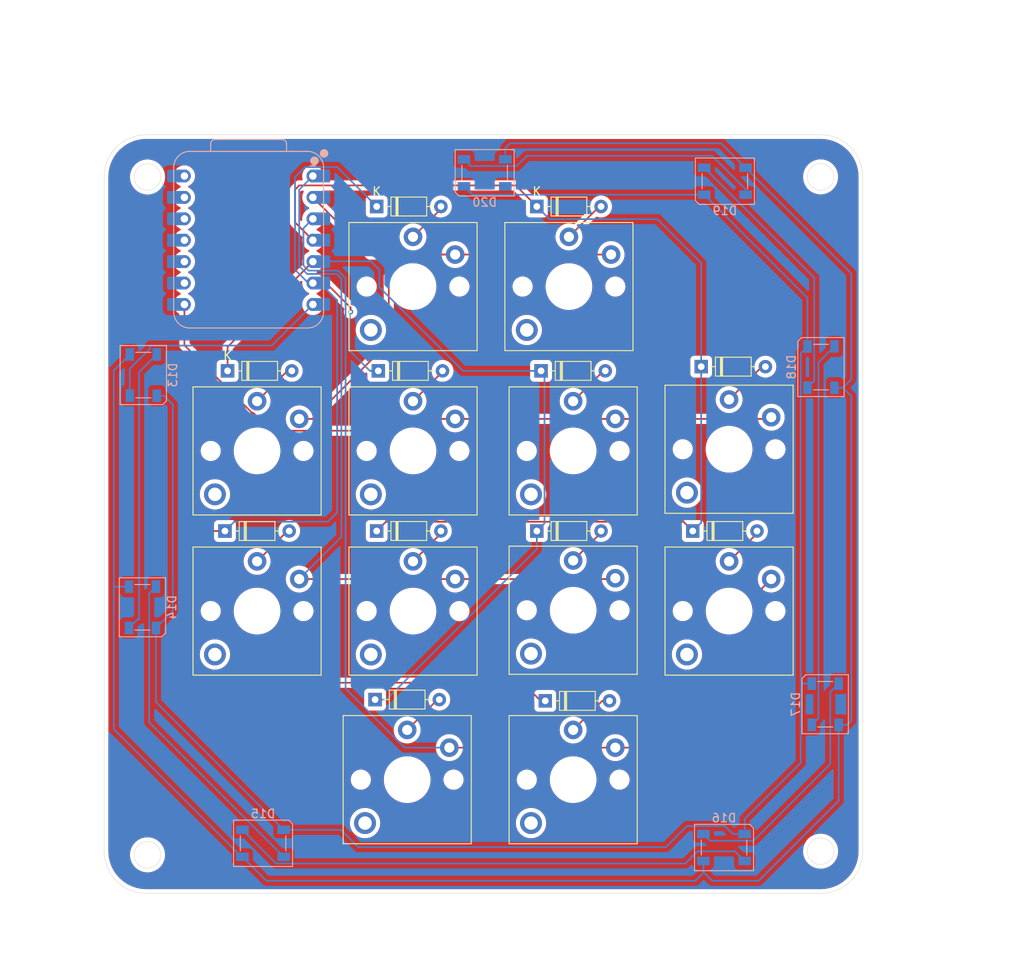
<source format=kicad_pcb>
(kicad_pcb (version 20240108) (generator "pcbnew") (generator_version "8.0")
  (layers (0 "F.Cu" signal) (31 "B.Cu" signal) (34 "B.Paste" user) (35 "F.Paste" user) (36 "B.SilkS" user "B.Silkscreen") (37 "F.SilkS" user "F.Silkscreen") (38 "B.Mask" user) (39 "F.Mask" user) (44 "Edge.Cuts" user))
  (net 0 "")
  (net 1 "row1")
  (net 2 "Net-(D1-A)")
  (net 3 "row2")
  (net 4 "Net-(D2-A)")
  (net 5 "Net-(D3-A)")
  (net 6 "row3")
  (net 7 "Net-(D4-A)")
  (net 8 "Net-(D5-A)")
  (net 9 "Net-(D6-A)")
  (net 10 "Net-(D7-A)")
  (net 11 "Net-(D8-A)")
  (net 12 "Net-(D9-A)")
  (net 13 "Net-(D10-A)")
  (net 14 "Net-(D11-A)")
  (net 15 "Net-(D12-A)")
  (net 16 "GND")
  (net 17 "DIN")
  (net 18 "Net-(D13-DOUT)")
  (net 19 "+5V")
  (net 20 "Net-(D14-DOUT)")
  (net 21 "Net-(D15-DOUT)")
  (net 22 "Net-(D16-DOUT)")
  (net 23 "Net-(D17-DOUT)")
  (net 24 "Net-(D18-DOUT)")
  (net 25 "Net-(D19-DOUT)")
  (net 27 "Coloumn1")
  (net 28 "Coloumn2")
  (net 29 "Coloumn3")
  (net 30 "Coloumn4")
  (footprint "PCM_Switch_Keyboard_Kailh:SW_Kailh_Choc_V1V2" (layer "F.Cu") (at 161.5 110.4)
    (property "Reference" "SW5" (hide yes))
    (property "Value" "SW_Push")
    (pad "" np_thru_hole circle (at -5.5 0) (size 1.9 1.9) (drill 1.9) (layers "*.Cu" "*.Mask"))
    (pad "" thru_hole circle (at -5 5.15) (size 2.6 2.6) (drill 1.6) (layers "*.Cu" "*.Mask"))
    (pad "" np_thru_hole circle (at 0 0) (size 5.05 5.05) (drill 5.05) (layers "*.Cu" "*.Mask"))
    (pad "" np_thru_hole circle (at 5.5 0) (size 1.9 1.9) (drill 1.9) (layers "*.Cu" "*.Mask"))
    (pad "1" thru_hole circle (at 0 -5.9) (size 2.2 2.2) (drill 1.2) (layers "*.Cu" "*.Mask") (net 8 "Net-(D5-A)"))
    (pad "2" thru_hole circle (at 5 -3.8) (size 2.2 2.2) (drill 1.2) (layers "*.Cu" "*.Mask") (net 28 "Coloumn2"))
  )
  (footprint "PCM_Switch_Keyboard_Kailh:SW_Kailh_Choc_V1V2" (layer "F.Cu") (at 124 91.5)
    (property "Reference" "SW8" (hide yes))
    (property "Value" "SW_Push")
    (pad "" np_thru_hole circle (at -5.5 0) (size 1.9 1.9) (drill 1.9) (layers "*.Cu" "*.Mask"))
    (pad "" thru_hole circle (at -5 5.15) (size 2.6 2.6) (drill 1.6) (layers "*.Cu" "*.Mask"))
    (pad "" np_thru_hole circle (at 0 0) (size 5.05 5.05) (drill 5.05) (layers "*.Cu" "*.Mask"))
    (pad "" np_thru_hole circle (at 5.5 0) (size 1.9 1.9) (drill 1.9) (layers "*.Cu" "*.Mask"))
    (pad "1" thru_hole circle (at 0 -5.9) (size 2.2 2.2) (drill 1.2) (layers "*.Cu" "*.Mask") (net 11 "Net-(D8-A)"))
    (pad "2" thru_hole circle (at 5 -3.8) (size 2.2 2.2) (drill 1.2) (layers "*.Cu" "*.Mask") (net 29 "Coloumn3"))
  )
  (footprint "PCM_Switch_Keyboard_Kailh:SW_Kailh_Choc_V1V2" (layer "F.Cu") (at 180 110.5)
    (property "Reference" "SW10" (hide yes))
    (property "Value" "SW_Push")
    (pad "" np_thru_hole circle (at -5.5 0) (size 1.9 1.9) (drill 1.9) (layers "*.Cu" "*.Mask"))
    (pad "" thru_hole circle (at -5 5.15) (size 2.6 2.6) (drill 1.6) (layers "*.Cu" "*.Mask"))
    (pad "" np_thru_hole circle (at 0 0) (size 5.05 5.05) (drill 5.05) (layers "*.Cu" "*.Mask"))
    (pad "" np_thru_hole circle (at 5.5 0) (size 1.9 1.9) (drill 1.9) (layers "*.Cu" "*.Mask"))
    (pad "1" thru_hole circle (at 0 -5.9) (size 2.2 2.2) (drill 1.2) (layers "*.Cu" "*.Mask") (net 13 "Net-(D10-A)"))
    (pad "2" thru_hole circle (at 5 -3.8) (size 2.2 2.2) (drill 1.2) (layers "*.Cu" "*.Mask") (net 30 "Coloumn4"))
  )
  (footprint "PCM_Switch_Keyboard_Kailh:SW_Kailh_Choc_V1V2" (layer "F.Cu") (at 142.5 91.5)
    (property "Reference" "SW3" (hide yes))
    (property "Value" "SW_Push")
    (pad "" np_thru_hole circle (at -5.5 0) (size 1.9 1.9) (drill 1.9) (layers "*.Cu" "*.Mask"))
    (pad "" thru_hole circle (at -5 5.15) (size 2.6 2.6) (drill 1.6) (layers "*.Cu" "*.Mask"))
    (pad "" np_thru_hole circle (at 0 0) (size 5.05 5.05) (drill 5.05) (layers "*.Cu" "*.Mask"))
    (pad "" np_thru_hole circle (at 5.5 0) (size 1.9 1.9) (drill 1.9) (layers "*.Cu" "*.Mask"))
    (pad "1" thru_hole circle (at 0 -5.9) (size 2.2 2.2) (drill 1.2) (layers "*.Cu" "*.Mask") (net 5 "Net-(D3-A)"))
    (pad "2" thru_hole circle (at 5 -3.8) (size 2.2 2.2) (drill 1.2) (layers "*.Cu" "*.Mask") (net 27 "Coloumn1"))
  )
  (footprint "PCM_Switch_Keyboard_Kailh:SW_Kailh_Choc_V1V2" (layer "F.Cu") (at 161 72)
    (property "Reference" "SW7" (hide yes))
    (property "Value" "SW_Push")
    (pad "" np_thru_hole circle (at -5.5 0) (size 1.9 1.9) (drill 1.9) (layers "*.Cu" "*.Mask"))
    (pad "" thru_hole circle (at -5 5.15) (size 2.6 2.6) (drill 1.6) (layers "*.Cu" "*.Mask"))
    (pad "" np_thru_hole circle (at 0 0) (size 5.05 5.05) (drill 5.05) (layers "*.Cu" "*.Mask"))
    (pad "" np_thru_hole circle (at 5.5 0) (size 1.9 1.9) (drill 1.9) (layers "*.Cu" "*.Mask"))
    (pad "1" thru_hole circle (at 0 -5.9) (size 2.2 2.2) (drill 1.2) (layers "*.Cu" "*.Mask") (net 10 "Net-(D7-A)"))
    (pad "2" thru_hole circle (at 5 -3.8) (size 2.2 2.2) (drill 1.2) (layers "*.Cu" "*.Mask") (net 29 "Coloumn3"))
  )
  (footprint "Diode_THT:D_DO-35_SOD27_P7.62mm_Horizontal" (layer "F.Cu") (at 157.69 82)
    (property "Reference" "D2" (hide yes))
    (property "Value" "1N4148")
    (pad "1" thru_hole rect (at 0 0) (size 1.6 1.6) (drill 0.8) (layers "*.Cu" "*.Mask") (net 3 "row2"))
    (pad "2" thru_hole oval (at 7.62 0) (size 1.6 1.6) (drill 0.8) (layers "*.Cu" "*.Mask") (net 4 "Net-(D2-A)"))
  )
  (footprint "Diode_THT:D_DO-35_SOD27_P7.62mm_Horizontal" (layer "F.Cu") (at 158.19 121.15)
    (property "Reference" "D12" (hide yes))
    (property "Value" "1N4148")
    (pad "1" thru_hole rect (at 0 0) (size 1.6 1.6) (drill 0.8) (layers "*.Cu" "*.Mask") (net 6 "row3"))
    (pad "2" thru_hole oval (at 7.62 0) (size 1.6 1.6) (drill 0.8) (layers "*.Cu" "*.Mask") (net 15 "Net-(D12-A)"))
  )
  (footprint "Diode_THT:D_DO-35_SOD27_P7.62mm_Horizontal" (layer "F.Cu") (at 138 121)
    (property "Reference" "D11" (hide yes))
    (property "Value" "1N4148")
    (pad "1" thru_hole rect (at 0 0) (size 1.6 1.6) (drill 0.8) (layers "*.Cu" "*.Mask") (net 3 "row2"))
    (pad "2" thru_hole oval (at 7.62 0) (size 1.6 1.6) (drill 0.8) (layers "*.Cu" "*.Mask") (net 14 "Net-(D11-A)"))
  )
  (footprint "PCM_Switch_Keyboard_Kailh:SW_Kailh_Choc_V1V2" (layer "F.Cu") (at 141.81 130.5)
    (property "Reference" "SW11" (hide yes))
    (property "Value" "SW_Push")
    (pad "" np_thru_hole circle (at -5.5 0) (size 1.9 1.9) (drill 1.9) (layers "*.Cu" "*.Mask"))
    (pad "" thru_hole circle (at -5 5.15) (size 2.6 2.6) (drill 1.6) (layers "*.Cu" "*.Mask"))
    (pad "" np_thru_hole circle (at 0 0) (size 5.05 5.05) (drill 5.05) (layers "*.Cu" "*.Mask"))
    (pad "" np_thru_hole circle (at 5.5 0) (size 1.9 1.9) (drill 1.9) (layers "*.Cu" "*.Mask"))
    (pad "1" thru_hole circle (at 0 -5.9) (size 2.2 2.2) (drill 1.2) (layers "*.Cu" "*.Mask") (net 14 "Net-(D11-A)"))
    (pad "2" thru_hole circle (at 5 -3.8) (size 2.2 2.2) (drill 1.2) (layers "*.Cu" "*.Mask") (net 30 "Coloumn4"))
  )
  (footprint "Diode_THT:D_DO-35_SOD27_P7.62mm_Horizontal" (layer "F.Cu") (at 138.38 82)
    (property "Reference" "D3" (hide yes))
    (property "Value" "1N4148")
    (pad "1" thru_hole rect (at 0 0) (size 1.6 1.6) (drill 0.8) (layers "*.Cu" "*.Mask") (net 6 "row3"))
    (pad "2" thru_hole oval (at 7.62 0) (size 1.6 1.6) (drill 0.8) (layers "*.Cu" "*.Mask") (net 5 "Net-(D3-A)"))
  )
  (footprint "Diode_THT:D_DO-35_SOD27_P7.62mm_Horizontal" (layer "F.Cu") (at 157.19 101)
    (property "Reference" "D5" (hide yes))
    (property "Value" "1N4148")
    (pad "1" thru_hole rect (at 0 0) (size 1.6 1.6) (drill 0.8) (layers "*.Cu" "*.Mask") (net 3 "row2"))
    (pad "2" thru_hole oval (at 7.62 0) (size 1.6 1.6) (drill 0.8) (layers "*.Cu" "*.Mask") (net 8 "Net-(D5-A)"))
  )
  (footprint "PCM_Switch_Keyboard_Kailh:SW_Kailh_Choc_V1V2" (layer "F.Cu") (at 142.5 110.5)
    (property "Reference" "SW4" (hide yes))
    (property "Value" "SW_Push")
    (pad "" np_thru_hole circle (at -5.5 0) (size 1.9 1.9) (drill 1.9) (layers "*.Cu" "*.Mask"))
    (pad "" thru_hole circle (at -5 5.15) (size 2.6 2.6) (drill 1.6) (layers "*.Cu" "*.Mask"))
    (pad "" np_thru_hole circle (at 0 0) (size 5.05 5.05) (drill 5.05) (layers "*.Cu" "*.Mask"))
    (pad "" np_thru_hole circle (at 5.5 0) (size 1.9 1.9) (drill 1.9) (layers "*.Cu" "*.Mask"))
    (pad "1" thru_hole circle (at 0 -5.9) (size 2.2 2.2) (drill 1.2) (layers "*.Cu" "*.Mask") (net 7 "Net-(D4-A)"))
    (pad "2" thru_hole circle (at 5 -3.8) (size 2.2 2.2) (drill 1.2) (layers "*.Cu" "*.Mask") (net 28 "Coloumn2"))
  )
  (footprint "Diode_THT:D_DO-35_SOD27_P7.62mm_Horizontal" (layer "F.Cu") (at 175.69 101)
    (property "Reference" "D10" (hide yes))
    (property "Value" "1N4148")
    (pad "1" thru_hole rect (at 0 0) (size 1.6 1.6) (drill 0.8) (layers "*.Cu" "*.Mask") (net 1 "row1"))
    (pad "2" thru_hole oval (at 7.62 0) (size 1.6 1.6) (drill 0.8) (layers "*.Cu" "*.Mask") (net 13 "Net-(D10-A)"))
  )
  (footprint "PCM_Switch_Keyboard_Kailh:SW_Kailh_Choc_V1V2" (layer "F.Cu") (at 161.5 91.5)
    (property "Reference" "SW2" (hide yes))
    (property "Value" "SW_Push")
    (pad "" np_thru_hole circle (at -5.5 0) (size 1.9 1.9) (drill 1.9) (layers "*.Cu" "*.Mask"))
    (pad "" thru_hole circle (at -5 5.15) (size 2.6 2.6) (drill 1.6) (layers "*.Cu" "*.Mask"))
    (pad "" np_thru_hole circle (at 0 0) (size 5.05 5.05) (drill 5.05) (layers "*.Cu" "*.Mask"))
    (pad "" np_thru_hole circle (at 5.5 0) (size 1.9 1.9) (drill 1.9) (layers "*.Cu" "*.Mask"))
    (pad "1" thru_hole circle (at 0 -5.9) (size 2.2 2.2) (drill 1.2) (layers "*.Cu" "*.Mask") (net 4 "Net-(D2-A)"))
    (pad "2" thru_hole circle (at 5 -3.8) (size 2.2 2.2) (drill 1.2) (layers "*.Cu" "*.Mask") (net 27 "Coloumn1"))
  )
  (footprint "Diode_THT:D_DO-35_SOD27_P7.62mm_Horizontal" (layer "F.Cu") (at 176.69 81.5)
    (property "Reference" "D1" (hide yes))
    (property "Value" "1N4148")
    (pad "1" thru_hole rect (at 0 0) (size 1.6 1.6) (drill 0.8) (layers "*.Cu" "*.Mask") (net 1 "row1"))
    (pad "2" thru_hole oval (at 7.62 0) (size 1.6 1.6) (drill 0.8) (layers "*.Cu" "*.Mask") (net 2 "Net-(D1-A)"))
  )
  (footprint "Diode_THT:D_DO-35_SOD27_P7.62mm_Horizontal" (layer "F.Cu") (at 138.19 101)
    (property "Reference" "D4" (hide yes))
    (property "Value" "1N4148")
    (pad "1" thru_hole rect (at 0 0) (size 1.6 1.6) (drill 0.8) (layers "*.Cu" "*.Mask") (net 1 "row1"))
    (pad "2" thru_hole oval (at 7.62 0) (size 1.6 1.6) (drill 0.8) (layers "*.Cu" "*.Mask") (net 7 "Net-(D4-A)"))
  )
  (footprint "Diode_THT:D_DO-35_SOD27_P7.62mm_Horizontal" (layer "F.Cu") (at 138.19 62.5)
    (property "Reference" "D9" (hide yes))
    (property "Value" "1N4148")
    (fp_text user "K" (at 0 -1.8 0) (layer "F.SilkS"))
    (pad "1" thru_hole rect (at 0 0) (size 1.6 1.6) (drill 0.8) (layers "*.Cu" "*.Mask") (net 6 "row3"))
    (pad "2" thru_hole oval (at 7.62 0) (size 1.6 1.6) (drill 0.8) (layers "*.Cu" "*.Mask") (net 12 "Net-(D9-A)"))
  )
  (footprint "PCM_Switch_Keyboard_Kailh:SW_Kailh_Choc_V1V2" (layer "F.Cu") (at 161.5 130.5)
    (property "Reference" "SW12" (hide yes))
    (property "Value" "SW_Push")
    (pad "" np_thru_hole circle (at -5.5 0) (size 1.9 1.9) (drill 1.9) (layers "*.Cu" "*.Mask"))
    (pad "" thru_hole circle (at -5 5.15) (size 2.6 2.6) (drill 1.6) (layers "*.Cu" "*.Mask"))
    (pad "" np_thru_hole circle (at 0 0) (size 5.05 5.05) (drill 5.05) (layers "*.Cu" "*.Mask"))
    (pad "" np_thru_hole circle (at 5.5 0) (size 1.9 1.9) (drill 1.9) (layers "*.Cu" "*.Mask"))
    (pad "1" thru_hole circle (at 0 -5.9) (size 2.2 2.2) (drill 1.2) (layers "*.Cu" "*.Mask") (net 15 "Net-(D12-A)"))
    (pad "2" thru_hole circle (at 5 -3.8) (size 2.2 2.2) (drill 1.2) (layers "*.Cu" "*.Mask") (net 30 "Coloumn4"))
  )
  (footprint "Diode_THT:D_DO-35_SOD27_P7.62mm_Horizontal" (layer "F.Cu") (at 120.19 101)
    (property "Reference" "D6" (hide yes))
    (property "Value" "1N4148")
    (pad "1" thru_hole rect (at 0 0) (size 1.6 1.6) (drill 0.8) (layers "*.Cu" "*.Mask") (net 6 "row3"))
    (pad "2" thru_hole oval (at 7.62 0) (size 1.6 1.6) (drill 0.8) (layers "*.Cu" "*.Mask") (net 9 "Net-(D6-A)"))
  )
  (footprint "Diode_THT:D_DO-35_SOD27_P7.62mm_Horizontal" (layer "F.Cu") (at 120.5 82)
    (property "Reference" "D8" (hide yes))
    (property "Value" "1N4148")
    (fp_text user "K" (at 0 -1.8 0) (layer "F.SilkS"))
    (pad "1" thru_hole rect (at 0 0) (size 1.6 1.6) (drill 0.8) (layers "*.Cu" "*.Mask") (net 3 "row2"))
    (pad "2" thru_hole oval (at 7.62 0) (size 1.6 1.6) (drill 0.8) (layers "*.Cu" "*.Mask") (net 11 "Net-(D8-A)"))
  )
  (footprint "PCM_Switch_Keyboard_Kailh:SW_Kailh_Choc_V1V2" (layer "F.Cu") (at 180 91.3)
    (property "Reference" "SW1" (hide yes))
    (property "Value" "SW_Push")
    (pad "" np_thru_hole circle (at -5.5 0) (size 1.9 1.9) (drill 1.9) (layers "*.Cu" "*.Mask"))
    (pad "" thru_hole circle (at -5 5.15) (size 2.6 2.6) (drill 1.6) (layers "*.Cu" "*.Mask"))
    (pad "" np_thru_hole circle (at 0 0) (size 5.05 5.05) (drill 5.05) (layers "*.Cu" "*.Mask"))
    (pad "" np_thru_hole circle (at 5.5 0) (size 1.9 1.9) (drill 1.9) (layers "*.Cu" "*.Mask"))
    (pad "1" thru_hole circle (at 0 -5.9) (size 2.2 2.2) (drill 1.2) (layers "*.Cu" "*.Mask") (net 2 "Net-(D1-A)"))
    (pad "2" thru_hole circle (at 5 -3.8) (size 2.2 2.2) (drill 1.2) (layers "*.Cu" "*.Mask") (net 27 "Coloumn1"))
  )
  (footprint "PCM_Switch_Keyboard_Kailh:SW_Kailh_Choc_V1V2" (layer "F.Cu") (at 124 110.5)
    (property "Reference" "SW6" (hide yes))
    (property "Value" "SW_Push")
    (pad "" np_thru_hole circle (at -5.5 0) (size 1.9 1.9) (drill 1.9) (layers "*.Cu" "*.Mask"))
    (pad "" thru_hole circle (at -5 5.15) (size 2.6 2.6) (drill 1.6) (layers "*.Cu" "*.Mask"))
    (pad "" np_thru_hole circle (at 0 0) (size 5.05 5.05) (drill 5.05) (layers "*.Cu" "*.Mask"))
    (pad "" np_thru_hole circle (at 5.5 0) (size 1.9 1.9) (drill 1.9) (layers "*.Cu" "*.Mask"))
    (pad "1" thru_hole circle (at 0 -5.9) (size 2.2 2.2) (drill 1.2) (layers "*.Cu" "*.Mask") (net 9 "Net-(D6-A)"))
    (pad "2" thru_hole circle (at 5 -3.8) (size 2.2 2.2) (drill 1.2) (layers "*.Cu" "*.Mask") (net 28 "Coloumn2"))
  )
  (footprint "PCM_Switch_Keyboard_Kailh:SW_Kailh_Choc_V1V2" (layer "F.Cu") (at 142.5 72)
    (property "Reference" "SW9" (hide yes))
    (property "Value" "SW_Push")
    (pad "" np_thru_hole circle (at -5.5 0) (size 1.9 1.9) (drill 1.9) (layers "*.Cu" "*.Mask"))
    (pad "" thru_hole circle (at -5 5.15) (size 2.6 2.6) (drill 1.6) (layers "*.Cu" "*.Mask"))
    (pad "" np_thru_hole circle (at 0 0) (size 5.05 5.05) (drill 5.05) (layers "*.Cu" "*.Mask"))
    (pad "" np_thru_hole circle (at 5.5 0) (size 1.9 1.9) (drill 1.9) (layers "*.Cu" "*.Mask"))
    (pad "1" thru_hole circle (at 0 -5.9) (size 2.2 2.2) (drill 1.2) (layers "*.Cu" "*.Mask") (net 12 "Net-(D9-A)"))
    (pad "2" thru_hole circle (at 5 -3.8) (size 2.2 2.2) (drill 1.2) (layers "*.Cu" "*.Mask") (net 29 "Coloumn3"))
  )
  (footprint "Diode_THT:D_DO-35_SOD27_P7.62mm_Horizontal" (layer "F.Cu") (at 157.19 62.5)
    (property "Reference" "D7" (hide yes))
    (property "Value" "1N4148")
    (fp_text user "K" (at 0 -1.8 0) (layer "F.SilkS"))
    (pad "1" thru_hole rect (at 0 0) (size 1.6 1.6) (drill 0.8) (layers "*.Cu" "*.Mask") (net 1 "row1"))
    (pad "2" thru_hole oval (at 7.62 0) (size 1.6 1.6) (drill 0.8) (layers "*.Cu" "*.Mask") (net 10 "Net-(D7-A)"))
  )
  (footprint "LED_SMD:LED_SK6812_PLCC4_5.0x5.0mm_P3.2mm" (layer "B.Cu") (at 191.4 121.55 -90)
    (property "Reference" "D17" (at 0 3.5 90) (layer "B.SilkS") (effects (justify mirror)))
    (property "Value" "SK6812")
    (pad "1" smd rect (at -2.45 1.6 90) (size 1.5 1) (layers "B.Cu" "B.Paste" "B.Mask") (net 16 "GND"))
    (pad "2" smd rect (at -2.45 -1.6 90) (size 1.5 1) (layers "B.Cu" "B.Paste" "B.Mask") (net 22 "Net-(D16-DOUT)"))
    (pad "3" smd rect (at 2.45 -1.6 90) (size 1.5 1) (layers "B.Cu" "B.Paste" "B.Mask") (net 19 "+5V"))
    (pad "4" smd rect (at 2.45 1.6 90) (size 1.5 1) (layers "B.Cu" "B.Paste" "B.Mask") (net 23 "Net-(D17-DOUT)"))
  )
  (footprint "LED_SMD:LED_SK6812_PLCC4_5.0x5.0mm_P3.2mm" (layer "B.Cu") (at 179.5 59.5)
    (property "Reference" "D19" (at 0 3.5 0) (layer "B.SilkS") (effects (justify mirror)))
    (property "Value" "SK6812")
    (pad "1" smd rect (at -2.45 1.6 180) (size 1.5 1) (layers "B.Cu" "B.Paste" "B.Mask") (net 16 "GND"))
    (pad "2" smd rect (at -2.45 -1.6 180) (size 1.5 1) (layers "B.Cu" "B.Paste" "B.Mask") (net 24 "Net-(D18-DOUT)"))
    (pad "3" smd rect (at 2.45 -1.6 180) (size 1.5 1) (layers "B.Cu" "B.Paste" "B.Mask") (net 19 "+5V"))
    (pad "4" smd rect (at 2.45 1.6 180) (size 1.5 1) (layers "B.Cu" "B.Paste" "B.Mask") (net 25 "Net-(D19-DOUT)"))
  )
  (footprint "j:XIAO-RP2040-DIP" (layer "B.Cu") (at 123 66.5 180)
    (property "Reference" "U1" (hide yes))
    (property "Value" "SEEED XIAO RP2040")
    (pad "1" smd roundrect (at -8.455 7.62) (size 2.432 1.524) (layers "B.Cu" "B.Mask") (roundrect_rratio 0.1) (net 28 "Coloumn2"))
    (pad "1" thru_hole circle (at -7.62 7.62) (size 1.524 1.524) (drill 0.889) (layers "*.Cu" "*.Mask") (net 28 "Coloumn2"))
    (pad "2" smd roundrect (at -8.455 5.08) (size 2.432 1.524) (layers "B.Cu" "B.Mask") (roundrect_rratio 0.1) (net 29 "Coloumn3"))
    (pad "2" thru_hole circle (at -7.62 5.08) (size 1.524 1.524) (drill 0.889) (layers "*.Cu" "*.Mask") (net 29 "Coloumn3"))
    (pad "3" smd roundrect (at -8.455 2.54) (size 2.432 1.524) (layers "B.Cu" "B.Mask") (roundrect_rratio 0.1) (net 30 "Coloumn4"))
    (pad "3" thru_hole circle (at -7.62 2.54) (size 1.524 1.524) (drill 0.889) (layers "*.Cu" "*.Mask") (net 30 "Coloumn4"))
    (pad "4" smd roundrect (at -8.455 0) (size 2.432 1.524) (layers "B.Cu" "B.Mask") (roundrect_rratio 0.1) (net 1 "row1"))
    (pad "4" thru_hole circle (at -7.62 0) (size 1.524 1.524) (drill 0.889) (layers "*.Cu" "*.Mask") (net 1 "row1"))
    (pad "5" smd roundrect (at -8.455 -2.54) (size 2.432 1.524) (layers "B.Cu" "B.Mask") (roundrect_rratio 0.1) (net 3 "row2"))
    (pad "5" thru_hole circle (at -7.62 -2.54) (size 1.524 1.524) (drill 0.889) (layers "*.Cu" "*.Mask") (net 3 "row2"))
    (pad "6" smd roundrect (at -8.455 -5.08) (size 2.432 1.524) (layers "B.Cu" "B.Mask") (roundrect_rratio 0.1) (net 6 "row3"))
    (pad "6" thru_hole circle (at -7.62 -5.08) (size 1.524 1.524) (drill 0.889) (layers "*.Cu" "*.Mask") (net 6 "row3"))
    (pad "7" smd roundrect (at -8.455 -7.62) (size 2.432 1.524) (layers "B.Cu" "B.Mask") (roundrect_rratio 0.1) (net 17 "DIN"))
    (pad "7" thru_hole circle (at -7.62 -7.62) (size 1.524 1.524) (drill 0.889) (layers "*.Cu" "*.Mask") (net 17 "DIN"))
    (pad "8" thru_hole circle (at 7.62 -7.62 180) (size 1.524 1.524) (drill 0.889) (layers "*.Cu" "*.Mask") (net 27 "Coloumn1"))
    (pad "8" smd roundrect (at 8.455 -7.62 180) (size 2.432 1.524) (layers "B.Cu" "B.Mask") (roundrect_rratio 0.1) (net 27 "Coloumn1"))
    (pad "9" thru_hole circle (at 7.62 -5.08 180) (size 1.524 1.524) (drill 0.889) (layers "*.Cu" "*.Mask"))
    (pad "9" smd roundrect (at 8.455 -5.08 180) (size 2.432 1.524) (layers "B.Cu" "B.Mask") (roundrect_rratio 0.1))
    (pad "10" thru_hole circle (at 7.62 -2.54 180) (size 1.524 1.524) (drill 0.889) (layers "*.Cu" "*.Mask"))
    (pad "10" smd roundrect (at 8.455 -2.54 180) (size 2.432 1.524) (layers "B.Cu" "B.Mask") (roundrect_rratio 0.1))
    (pad "11" thru_hole circle (at 7.62 0 180) (size 1.524 1.524) (drill 0.889) (layers "*.Cu" "*.Mask"))
    (pad "11" smd roundrect (at 8.455 0 180) (size 2.432 1.524) (layers "B.Cu" "B.Mask") (roundrect_rratio 0.1))
    (pad "12" thru_hole circle (at 7.62 2.54 180) (size 1.524 1.524) (drill 0.889) (layers "*.Cu" "*.Mask"))
    (pad "12" smd roundrect (at 8.455 2.54 180) (size 2.432 1.524) (layers "B.Cu" "B.Mask") (roundrect_rratio 0.1))
    (pad "13" thru_hole circle (at 7.62 5.08 180) (size 1.524 1.524) (drill 0.889) (layers "*.Cu" "*.Mask"))
    (pad "13" smd roundrect (at 8.455 5.08 180) (size 2.432 1.524) (layers "B.Cu" "B.Mask") (roundrect_rratio 0.1))
    (pad "14" thru_hole circle (at 7.62 7.62 180) (size 1.524 1.524) (drill 0.889) (layers "*.Cu" "*.Mask"))
    (pad "14" smd roundrect (at 8.455 7.62 180) (size 2.432 1.524) (layers "B.Cu" "B.Mask") (roundrect_rratio 0.1))
  )
  (footprint "LED_SMD:LED_SK6812_PLCC4_5.0x5.0mm_P3.2mm" (layer "B.Cu") (at 110.4 110.05 90)
    (property "Reference" "D14" (at 0 3.5 90) (layer "B.SilkS") (effects (justify mirror)))
    (property "Value" "SK6812")
    (pad "1" smd rect (at -2.45 1.6 270) (size 1.5 1) (layers "B.Cu" "B.Paste" "B.Mask") (net 16 "GND"))
    (pad "2" smd rect (at -2.45 -1.6 270) (size 1.5 1) (layers "B.Cu" "B.Paste" "B.Mask") (net 18 "Net-(D13-DOUT)"))
    (pad "3" smd rect (at 2.45 -1.6 270) (size 1.5 1) (layers "B.Cu" "B.Paste" "B.Mask") (net 19 "+5V"))
    (pad "4" smd rect (at 2.45 1.6 270) (size 1.5 1) (layers "B.Cu" "B.Paste" "B.Mask") (net 20 "Net-(D14-DOUT)"))
  )
  (footprint "LED_SMD:LED_SK6812_PLCC4_5.0x5.0mm_P3.2mm" (layer "B.Cu") (at 124.71 138.05 180)
    (property "Reference" "D15" (at 0 3.5 0) (layer "B.SilkS") (effects (justify mirror)))
    (property "Value" "SK6812")
    (pad "1" smd rect (at -2.45 1.6) (size 1.5 1) (layers "B.Cu" "B.Paste" "B.Mask") (net 16 "GND"))
    (pad "2" smd rect (at -2.45 -1.6) (size 1.5 1) (layers "B.Cu" "B.Paste" "B.Mask") (net 20 "Net-(D14-DOUT)"))
    (pad "3" smd rect (at 2.45 -1.6) (size 1.5 1) (layers "B.Cu" "B.Paste" "B.Mask") (net 19 "+5V"))
    (pad "4" smd rect (at 2.45 1.6) (size 1.5 1) (layers "B.Cu" "B.Paste" "B.Mask") (net 21 "Net-(D15-DOUT)"))
  )
  (footprint "LED_SMD:LED_SK6812_PLCC4_5.0x5.0mm_P3.2mm" (layer "B.Cu") (at 110.5 82.5 90)
    (property "Reference" "D13" (at 0 3.5 90) (layer "B.SilkS") (effects (justify mirror)))
    (property "Value" "SK6812")
    (pad "1" smd rect (at -2.45 1.6 270) (size 1.5 1) (layers "B.Cu" "B.Paste" "B.Mask") (net 16 "GND"))
    (pad "2" smd rect (at -2.45 -1.6 270) (size 1.5 1) (layers "B.Cu" "B.Paste" "B.Mask") (net 17 "DIN"))
    (pad "3" smd rect (at 2.45 -1.6 270) (size 1.5 1) (layers "B.Cu" "B.Paste" "B.Mask") (net 19 "+5V"))
    (pad "4" smd rect (at 2.45 1.6 270) (size 1.5 1) (layers "B.Cu" "B.Paste" "B.Mask") (net 18 "Net-(D13-DOUT)"))
  )
  (footprint "LED_SMD:LED_SK6812_PLCC4_5.0x5.0mm_P3.2mm" (layer "B.Cu") (at 190.9 81.55 -90)
    (property "Reference" "D18" (at 0 3.5 90) (layer "B.SilkS") (effects (justify mirror)))
    (property "Value" "SK6812")
    (pad "1" smd rect (at -2.45 1.6 90) (size 1.5 1) (layers "B.Cu" "B.Paste" "B.Mask") (net 16 "GND"))
    (pad "2" smd rect (at -2.45 -1.6 90) (size 1.5 1) (layers "B.Cu" "B.Paste" "B.Mask") (net 23 "Net-(D17-DOUT)"))
    (pad "3" smd rect (at 2.45 -1.6 90) (size 1.5 1) (layers "B.Cu" "B.Paste" "B.Mask") (net 19 "+5V"))
    (pad "4" smd rect (at 2.45 1.6 90) (size 1.5 1) (layers "B.Cu" "B.Paste" "B.Mask") (net 24 "Net-(D18-DOUT)"))
  )
  (footprint "LED_SMD:LED_SK6812_PLCC4_5.0x5.0mm_P3.2mm" (layer "B.Cu") (at 179.4 138.55 180)
    (property "Reference" "D16" (at 0 3.5 0) (layer "B.SilkS") (effects (justify mirror)))
    (property "Value" "SK6812")
    (pad "1" smd rect (at -2.45 1.6) (size 1.5 1) (layers "B.Cu" "B.Paste" "B.Mask") (net 16 "GND"))
    (pad "2" smd rect (at -2.45 -1.6) (size 1.5 1) (layers "B.Cu" "B.Paste" "B.Mask") (net 21 "Net-(D15-DOUT)"))
    (pad "3" smd rect (at 2.45 -1.6) (size 1.5 1) (layers "B.Cu" "B.Paste" "B.Mask") (net 19 "+5V"))
    (pad "4" smd rect (at 2.45 1.6) (size 1.5 1) (layers "B.Cu" "B.Paste" "B.Mask") (net 22 "Net-(D16-DOUT)"))
  )
  (footprint "LED_SMD:LED_SK6812_PLCC4_5.0x5.0mm_P3.2mm" (layer "B.Cu") (at 151 58.5)
    (property "Reference" "D20" (at 0 3.5 0) (layer "B.SilkS") (effects (justify mirror)))
    (property "Value" "SK6812")
    (pad "1" smd rect (at -2.45 1.6 180) (size 1.5 1) (layers "B.Cu" "B.Paste" "B.Mask") (net 16 "GND"))
    (pad "2" smd rect (at -2.45 -1.6 180) (size 1.5 1) (layers "B.Cu" "B.Paste" "B.Mask") (net 25 "Net-(D19-DOUT)"))
    (pad "3" smd rect (at 2.45 -1.6 180) (size 1.5 1) (layers "B.Cu" "B.Paste" "B.Mask") (net 19 "+5V"))
    (pad "4" smd rect (at 2.45 1.6 180) (size 1.5 1) (layers "B.Cu" "B.Paste" "B.Mask"))
  )
  (gr_line (start 105.8565 138.9847) (end 105.8565 58.9847) (stroke (width 0.05)) (layer "Edge.Cuts"))
  (gr_arc (start 195.8565 138.9847) (mid 194.392034 142.520234) (end 190.8565 143.9847) (stroke (width 0.05)) (layer "Edge.Cuts"))
  (gr_arc (start 110.8565 143.9847) (mid 107.320966 142.520234) (end 105.8565 138.9847) (stroke (width 0.05)) (layer "Edge.Cuts"))
  (gr_line (start 190.8565 143.9847) (end 110.8565 143.9847) (stroke (width 0.05)) (layer "Edge.Cuts"))
  (gr_circle (center 111 139.418862) (end 112.5 139.918862) (stroke (width 0.05)) (fill none) (layer "Edge.Cuts"))
  (gr_arc (start 105.8565 58.9847) (mid 107.320966 55.449166) (end 110.8565 53.9847) (stroke (width 0.05)) (layer "Edge.Cuts"))
  (gr_line (start 195.8565 58.9847) (end 195.8565 138.9847) (stroke (width 0.05)) (layer "Edge.Cuts"))
  (gr_circle (center 190.8565 138.9847) (end 192.3565 139.4847) (stroke (width 0.05)) (fill none) (layer "Edge.Cuts"))
  (gr_circle (center 190.8565 58.9847) (end 192.3565 59.4847) (stroke (width 0.05)) (fill none) (layer "Edge.Cuts"))
  (gr_arc (start 190.8565 53.9847) (mid 194.392034 55.449166) (end 195.8565 58.9847) (stroke (width 0.05)) (layer "Edge.Cuts"))
  (gr_line (start 110.8565 53.9847) (end 190.8565 53.9847) (stroke (width 0.05)) (layer "Edge.Cuts"))
  (gr_circle (center 111 59) (end 112.5 59.5) (stroke (width 0.05)) (fill none) (layer "Edge.Cuts"))
  (segment (start 154.69 60) (end 129 60) (width 0.2) (layer "F.Cu") (net 1))
  (segment (start 129 60) (end 128.5 60.5) (width 0.2) (layer "F.Cu") (net 1))
  (segment (start 139.29 99.9) (end 138.19 101) (width 0.2) (layer "F.Cu") (net 1))
  (segment (start 174.59 99.9) (end 139.29 99.9) (width 0.2) (layer "F.Cu") (net 1))
  (segment (start 157.19 62.5) (end 154.69 60) (width 0.2) (layer "F.Cu") (net 1))
  (segment (start 128.5 64.38) (end 130.62 66.5) (width 0.2) (layer "F.Cu") (net 1))
  (segment (start 128.5 60.5) (end 128.5 64.38) (width 0.2) (layer "F.Cu") (net 1))
  (segment (start 175.69 101) (end 174.59 99.9) (width 0.2) (layer "F.Cu") (net 1))
  (segment (start 176.69 81.5) (end 176.69 69.19) (width 0.2) (layer "B.Cu") (net 1))
  (segment (start 175.69 101) (end 176.69 100) (width 0.2) (layer "B.Cu") (net 1))
  (segment (start 171.5 64) (end 158.69 64) (width 0.2) (layer "B.Cu") (net 1))
  (segment (start 176.69 69.19) (end 171.5 64) (width 0.2) (layer "B.Cu") (net 1))
  (segment (start 158.69 64) (end 157.19 62.5) (width 0.2) (layer "B.Cu") (net 1))
  (segment (start 176.69 100) (end 176.69 81.5) (width 0.2) (layer "B.Cu") (net 1))
  (segment (start 183.9 81.5) (end 184.31 81.5) (width 0.2) (layer "F.Cu") (net 2))
  (segment (start 180 85.4) (end 183.9 81.5) (width 0.2) (layer "F.Cu") (net 2))
  (segment (start 120.5 82) (end 120.5 79.16) (width 0.2) (layer "F.Cu") (net 3))
  (segment (start 120.5 79.16) (end 130.62 69.04) (width 0.2) (layer "F.Cu") (net 3))
  (segment (start 138.5 72.065864) (end 138.5 70) (width 0.2) (layer "B.Cu") (net 3))
  (segment (start 148.434136 82) (end 138.5 72.065864) (width 0.2) (layer "B.Cu") (net 3))
  (segment (start 137.5 69) (end 130.66 69) (width 0.2) (layer "B.Cu") (net 3))
  (segment (start 158.1 82.41) (end 158.1 100.09) (width 0.2) (layer "B.Cu") (net 3))
  (segment (start 157.19 103.148478) (end 139.338478 121) (width 0.2) (layer "B.Cu") (net 3))
  (segment (start 130.66 69) (end 130.62 69.04) (width 0.2) (layer "B.Cu") (net 3))
  (segment (start 157.19 101) (end 157.19 103.148478) (width 0.2) (layer "B.Cu") (net 3))
  (segment (start 138.5 70) (end 137.5 69) (width 0.2) (layer "B.Cu") (net 3))
  (segment (start 157.69 82) (end 158.1 82.41) (width 0.2) (layer "B.Cu") (net 3))
  (segment (start 139.338478 121) (end 138 121) (width 0.2) (layer "B.Cu") (net 3))
  (segment (start 157.69 82) (end 148.434136 82) (width 0.2) (layer "B.Cu") (net 3))
  (segment (start 158.1 100.09) (end 157.19 101) (width 0.2) (layer "B.Cu") (net 3))
  (segment (start 165.1 82) (end 165.31 82) (width 0.2) (layer "F.Cu") (net 4))
  (segment (start 161.5 85.6) (end 165.1 82) (width 0.2) (layer "F.Cu") (net 4))
  (segment (start 142.5 85.6) (end 146 82.1) (width 0.2) (layer "F.Cu") (net 5))
  (segment (start 146 82.1) (end 146 82) (width 0.2) (layer "F.Cu") (net 5))
  (segment (start 135.1 75) (end 135.1 74.5) (width 0.2) (layer "F.Cu") (net 6))
  (segment (start 115.5 117) (end 115.5 102.5) (width 0.2) (layer "F.Cu") (net 6))
  (segment (start 158.19 121.15) (end 157.65 121.15) (width 0.2) (layer "F.Cu") (net 6))
  (segment (start 117 101) (end 120.19 101) (width 0.2) (layer "F.Cu") (net 6))
  (segment (start 117.5 119) (end 115.5 117) (width 0.2) (layer "F.Cu") (net 6))
  (segment (start 135.1 74.5) (end 132.18 71.58) (width 0.2) (layer "F.Cu") (net 6))
  (segment (start 157.65 121.15) (end 155.5 119) (width 0.2) (layer "F.Cu") (net 6))
  (segment (start 115.5 102.5) (end 117 101) (width 0.2) (layer "F.Cu") (net 6))
  (segment (start 155.5 119) (end 117.5 119) (width 0.2) (layer "F.Cu") (net 6))
  (segment (start 132.18 71.58) (end 130.62 71.58) (width 0.2) (layer "F.Cu") (net 6))
  (via (at 135.1 75) (size 0.6) (drill 0.3) (layers "F.Cu" "B.Cu") (net 6))
  (segment (start 133.508 57.818) (end 129.682 57.818) (width 0.2) (layer "B.Cu") (net 6))
  (segment (start 120.19 101) (end 121.29 99.9) (width 0.2) (layer "B.Cu") (net 6))
  (segment (start 135 75.1) (end 135 79.62) (width 0.2) (layer "B.Cu") (net 6))
  (segment (start 138.19 62.5) (end 133.508 57.818) (width 0.2) (layer "B.Cu") (net 6))
  (segment (start 132.4 99.9) (end 133.5 98.8) (width 0.2) (layer "B.Cu") (net 6))
  (segment (start 128.5 59) (end 128.5 70) (width 0.2) (layer "B.Cu") (net 6))
  (segment (start 135 79.62) (end 137.38 82) (width 0.2) (layer "B.Cu") (net 6))
  (segment (start 133.5 98.8) (end 133.5 73.625) (width 0.2) (layer "B.Cu") (net 6))
  (segment (start 121.29 99.9) (end 132.4 99.9) (width 0.2) (layer "B.Cu") (net 6))
  (segment (start 137.38 82) (end 138.38 82) (width 0.2) (layer "B.Cu") (net 6))
  (segment (start 128.5 70) (end 130.08 71.58) (width 0.2) (layer "B.Cu") (net 6))
  (segment (start 130.08 71.58) (end 130.62 71.58) (width 0.2) (layer "B.Cu") (net 6))
  (segment (start 133.5 73.625) (end 131.455 71.58) (width 0.2) (layer "B.Cu") (net 6))
  (segment (start 129.682 57.818) (end 128.5 59) (width 0.2) (layer "B.Cu") (net 6))
  (segment (start 135.1 75) (end 135 75.1) (width 0.2) (layer "B.Cu") (net 6))
  (segment (start 145.81 101.29) (end 145.81 101) (width 0.2) (layer "F.Cu") (net 7))
  (segment (start 142.5 104.6) (end 145.81 101.29) (width 0.2) (layer "F.Cu") (net 7))
  (segment (start 161.5 104.5) (end 164.81 101.19) (width 0.2) (layer "F.Cu") (net 8))
  (segment (start 164.81 101.19) (end 164.81 101) (width 0.2) (layer "F.Cu") (net 8))
  (segment (start 127.6 101) (end 127.81 101) (width 0.2) (layer "F.Cu") (net 9))
  (segment (start 124 104.6) (end 127.6 101) (width 0.2) (layer "F.Cu") (net 9))
  (segment (start 161 66.1) (end 164.6 62.5) (width 0.2) (layer "F.Cu") (net 10))
  (segment (start 164.6 62.5) (end 164.81 62.5) (width 0.2) (layer "F.Cu") (net 10))
  (segment (start 127.6 82) (end 128.12 82) (width 0.2) (layer "F.Cu") (net 11))
  (segment (start 124 85.6) (end 127.6 82) (width 0.2) (layer "F.Cu") (net 11))
  (segment (start 142.5 66.1) (end 145.81 62.79) (width 0.2) (layer "F.Cu") (net 12))
  (segment (start 145.81 62.79) (end 145.81 62.5) (width 0.2) (layer "F.Cu") (net 12))
  (segment (start 183.31 101.29) (end 183.31 101) (width 0.2) (layer "F.Cu") (net 13))
  (segment (start 180 104.6) (end 183.31 101.29) (width 0.2) (layer "F.Cu") (net 13))
  (segment (start 141.81 124.6) (end 145.41 121) (width 0.2) (layer "F.Cu") (net 14))
  (segment (start 145.41 121) (end 145.62 121) (width 0.2) (layer "F.Cu") (net 14))
  (segment (start 161.5 124.6) (end 164.95 121.15) (width 0.2) (layer "F.Cu") (net 15))
  (segment (start 164.95 121.15) (end 165.81 121.15) (width 0.2) (layer "F.Cu") (net 15))
  (segment (start 112.1 84.95) (end 112.95 84.95) (width 0.2) (layer "B.Cu") (net 16))
  (segment (start 188.5 119) (end 188.5 79.9) (width 0.2) (layer "B.Cu") (net 16))
  (segment (start 188.6 119.1) (end 188.5 119) (width 0.2) (layer "B.Cu") (net 16))
  (segment (start 188.5 119.2) (end 188.6 119.1) (width 0.2) (layer "B.Cu") (net 16))
  (segment (start 177.05 61.1) (end 149.55 61.1) (width 0.2) (layer "B.Cu") (net 16))
  (segment (start 133.95 136.45) (end 136 138.5) (width 0.2) (layer "B.Cu") (net 16))
  (segment (start 149.55 61.1) (end 148.55 60.1) (width 0.2) (layer "B.Cu") (net 16))
  (segment (start 188.5 128.5) (end 188.5 119.2) (width 0.2) (layer "B.Cu") (net 16))
  (segment (start 172.5 138.5) (end 175 136) (width 0.2) (layer "B.Cu") (net 16))
  (segment (start 112 121.29) (end 127.16 136.45) (width 0.2) (layer "B.Cu") (net 16))
  (segment (start 189.3 79.1) (end 189.3 73.35) (width 0.2) (layer "B.Cu") (net 16))
  (segment (start 136 138.5) (end 172.5 138.5) (width 0.2) (layer "B.Cu") (net 16))
  (segment (start 114 86) (end 114 110.5) (width 0.2) (layer "B.Cu") (net 16))
  (segment (start 181.85 135.15) (end 188.5 128.5) (width 0.2) (layer "B.Cu") (net 16))
  (segment (start 180.45 136.95) (end 181.85 136.95) (width 0.2) (layer "B.Cu") (net 16))
  (segment (start 181.85 136.95) (end 181.85 135.15) (width 0.2) (layer "B.Cu") (net 16))
  (segment (start 114 110.5) (end 112 112.5) (width 0.2) (layer "B.Cu") (net 16))
  (segment (start 112.95 84.95) (end 114 86) (width 0.2) (layer "B.Cu") (net 16))
  (segment (start 127.16 136.45) (end 133.95 136.45) (width 0.2) (layer "B.Cu") (net 16))
  (segment (start 179.5 136) (end 180.45 136.95) (width 0.2) (layer "B.Cu") (net 16))
  (segment (start 189.8 119.1) (end 188.6 119.1) (width 0.2) (layer "B.Cu") (net 16))
  (segment (start 175 136) (end 179.5 136) (width 0.2) (layer "B.Cu") (net 16))
  (segment (start 189.3 73.35) (end 177.05 61.1) (width 0.2) (layer "B.Cu") (net 16))
  (segment (start 112 112.5) (end 112 121.29) (width 0.2) (layer "B.Cu") (net 16))
  (segment (start 188.5 79.9) (end 189.3 79.1) (width 0.2) (layer "B.Cu") (net 16))
  (segment (start 111.3 79.35) (end 111.3 79) (width 0.2) (layer "B.Cu") (net 17))
  (segment (start 111.3 79) (end 125.74 79) (width 0.2) (layer "B.Cu") (net 17))
  (segment (start 108.9 81.75) (end 111.3 79.35) (width 0.2) (layer "B.Cu") (net 17))
  (segment (start 125.74 79) (end 130.62 74.12) (width 0.2) (layer "B.Cu") (net 17))
  (segment (start 108.9 84.95) (end 108.9 81.75) (width 0.2) (layer "B.Cu") (net 17))
  (segment (start 110 111.5) (end 109.8 111.5) (width 0.2) (layer "B.Cu") (net 18))
  (segment (start 112.1 80.05) (end 110 82.15) (width 0.2) (layer "B.Cu") (net 18))
  (segment (start 109.8 111.5) (end 108.8 112.5) (width 0.2) (layer "B.Cu") (net 18))
  (segment (start 110 82.15) (end 110 111.5) (width 0.2) (layer "B.Cu") (net 18))
  (segment (start 153.45 55.55) (end 153.45 56.9) (width 0.2) (layer "B.Cu") (net 19))
  (segment (start 107 107.6) (end 107 108.5) (width 0.2) (layer "B.Cu") (net 19))
  (segment (start 194.5 70.45) (end 181.95 57.9) (width 0.2) (layer "B.Cu") (net 19))
  (segment (start 193.5 84) (end 194.5 83) (width 0.2) (layer "B.Cu") (net 19))
  (segment (start 194 124) (end 194.5 123.5) (width 0.2) (layer "B.Cu") (net 19))
  (segment (start 176.95 141.45) (end 178 142.5) (width 0.2) (layer "B.Cu") (net 19))
  (segment (start 193 124) (end 194 124) (width 0.2) (layer "B.Cu") (net 19))
  (segment (start 193 133) (end 193 124) (width 0.2) (layer "B.Cu") (net 19))
  (segment (start 108.9 80.05) (end 107 81.95) (width 0.2) (layer "B.Cu") (net 19))
  (segment (start 183.5 142.5) (end 193 133) (width 0.2) (layer "B.Cu") (net 19))
  (segment (start 179.05 55) (end 154 55) (width 0.2) (layer "B.Cu") (net 19))
  (segment (start 176.95 140.15) (end 176.95 141.45) (width 0.2) (layer "B.Cu") (net 19))
  (segment (start 107 108.5) (end 107 124.5) (width 0.2) (layer "B.Cu") (net 19))
  (segment (start 107 81.95) (end 107 108.5) (width 0.2) (layer "B.Cu") (net 19))
  (segment (start 176.95 141.55) (end 176.95 140.15) (width 0.2) (layer "B.Cu") (net 19))
  (segment (start 122.26 139.65) (end 125.11 142.5) (width 0.2) (layer "B.Cu") (net 19))
  (segment (start 192.5 84) (end 193.5 84) (width 0.2) (layer "B.Cu") (net 19))
  (segment (start 176 142.5) (end 176.95 141.55) (width 0.2) (layer "B.Cu") (net 19))
  (segment (start 194.5 83) (end 194.5 70.45) (width 0.2) (layer "B.Cu") (net 19))
  (segment (start 125.11 142.5) (end 176 142.5) (width 0.2) (layer "B.Cu") (net 19))
  (segment (start 108.8 107.6) (end 107 107.6) (width 0.2) (layer "B.Cu") (net 19))
  (segment (start 122.15 139.65) (end 122.26 139.65) (width 0.2) (layer "B.Cu") (net 19))
  (segment (start 194.5 85) (end 193.5 84) (width 0.2) (layer "B.Cu") (net 19))
  (segment (start 181.95 57.9) (end 179.05 55) (width 0.2) (layer "B.Cu") (net 19))
  (segment (start 178 142.5) (end 183.5 142.5) (width 0.2) (layer "B.Cu") (net 19))
  (segment (start 194.5 123.5) (end 194.5 85) (width 0.2) (layer "B.Cu") (net 19))
  (segment (start 154 55) (end 153.45 55.55) (width 0.2) (layer "B.Cu") (net 19))
  (segment (start 107 124.5) (end 122.15 139.65) (width 0.2) (layer "B.Cu") (net 19))
  (segment (start 111.2 123.69) (end 127.16 139.65) (width 0.2) (layer "B.Cu") (net 20))
  (segment (start 111.2 108.4) (end 111.2 123.69) (width 0.2) (layer "B.Cu") (net 20))
  (segment (start 112 107.6) (end 111.2 108.4) (width 0.2) (layer "B.Cu") (net 20))
  (segment (start 174.8 140.45) (end 176.25 139) (width 0.2) (layer "B.Cu") (net 21))
  (segment (start 122.26 136.45) (end 126.26 140.45) (width 0.2) (layer "B.Cu") (net 21))
  (segment (start 176.25 139) (end 180.7 139) (width 0.2) (layer "B.Cu") (net 21))
  (segment (start 126.26 140.45) (end 174.8 140.45) (width 0.2) (layer "B.Cu") (net 21))
  (segment (start 180.7 139) (end 181.85 140.15) (width 0.2) (layer "B.Cu") (net 21))
  (segment (start 192 120.1) (end 193 119.1) (width 0.2) (layer "B.Cu") (net 22))
  (segment (start 192 128.65) (end 192 120.1) (width 0.2) (layer "B.Cu") (net 22))
  (segment (start 182.9 137.75) (end 192 128.65) (width 0.2) (layer "B.Cu") (net 22))
  (segment (start 177.75 137.75) (end 182.9 137.75) (width 0.2) (layer "B.Cu") (net 22))
  (segment (start 176.95 136.95) (end 177.75 137.75) (width 0.2) (layer "B.Cu") (net 22))
  (segment (start 190.6 81) (end 192.5 79.1) (width 0.2) (layer "B.Cu") (net 23))
  (segment (start 190.6 123.2) (end 190.6 81) (width 0.2) (layer "B.Cu") (net 23))
  (segment (start 189.8 124) (end 190.6 123.2) (width 0.2) (layer "B.Cu") (net 23))
  (segment (start 189.3 84) (end 190.1 83.2) (width 0.2) (layer "B.Cu") (net 24))
  (segment (start 190.1 70.95) (end 177.05 57.9) (width 0.2) (layer "B.Cu") (net 24))
  (segment (start 190.1 83.2) (end 190.1 70.95) (width 0.2) (layer "B.Cu") (net 24))
  (segment (start 181.95 61.1) (end 181.95 60.45) (width 0.2) (layer "B.Cu") (net 25))
  (segment (start 154.8 57.7) (end 149.35 57.7) (width 0.2) (layer "B.Cu") (net 25))
  (segment (start 178 56.5) (end 156 56.5) (width 0.2) (layer "B.Cu") (net 25))
  (segment (start 181.95 60.45) (end 178 56.5) (width 0.2) (layer "B.Cu") (net 25))
  (segment (start 156 56.5) (end 154.8 57.7) (width 0.2) (layer "B.Cu") (net 25))
  (segment (start 149.35 57.7) (end 148.55 56.9) (width 0.2) (layer "B.Cu") (net 25))
  (segment (start 147.5 87.7) (end 166.5 87.7) (width 0.2) (layer "F.Cu") (net 27))
  (segment (start 123.565864 87) (end 123.420101 87) (width 0.2) (layer "F.Cu") (net 27))
  (segment (start 115.38 78.959899) (end 115.38 74.12) (width 0.2) (layer "F.Cu") (net 27))
  (segment (start 184.8 87.7) (end 185 87.5) (width 0.2) (layer "F.Cu") (net 27))
  (segment (start 142.234136 87.7) (end 140.834136 89.1) (width 0.2) (layer "F.Cu") (net 27))
  (segment (start 125.665864 89.1) (end 123.565864 87) (width 0.2) (layer "F.Cu") (net 27))
  (segment (start 147.5 87.7) (end 142.234136 87.7) (width 0.2) (layer "F.Cu") (net 27))
  (segment (start 166.5 87.7) (end 184.8 87.7) (width 0.2) (layer "F.Cu") (net 27))
  (segment (start 140.834136 89.1) (end 125.665864 89.1) (width 0.2) (layer "F.Cu") (net 27))
  (segment (start 123.420101 87) (end 115.38 78.959899) (width 0.2) (layer "F.Cu") (net 27))
  (segment (start 147.5 106.7) (end 129 106.7) (width 0.2) (layer "F.Cu") (net 28))
  (segment (start 166.4 106.7) (end 166.5 106.6) (width 0.2) (layer "F.Cu") (net 28))
  (segment (start 147.5 106.7) (end 166.4 106.7) (width 0.2) (layer "F.Cu") (net 28))
  (segment (start 129 60.5) (end 130.62 58.88) (width 0.2) (layer "B.Cu") (net 28))
  (segment (start 133.436314 70.502) (end 129.936314 70.502) (width 0.2) (layer "B.Cu") (net 28))
  (segment (start 134 101.7) (end 134 71.065686) (width 0.2) (layer "B.Cu") (net 28))
  (segment (start 129.936314 70.502) (end 129 69.565686) (width 0.2) (layer "B.Cu") (net 28))
  (segment (start 129 106.7) (end 134 101.7) (width 0.2) (layer "B.Cu") (net 28))
  (segment (start 134 71.065686) (end 133.436314 70.502) (width 0.2) (layer "B.Cu") (net 28))
  (segment (start 129 69.565686) (end 129 60.5) (width 0.2) (layer "B.Cu") (net 28))
  (segment (start 142.234136 68.2) (end 147.5 68.2) (width 0.2) (layer "F.Cu") (net 29))
  (segment (start 129 87.7) (end 130.555634 87.7) (width 0.2) (layer "F.Cu") (net 29))
  (segment (start 147.5 68.2) (end 137.4 68.2) (width 0.2) (layer "F.Cu") (net 29))
  (segment (start 139.625 70.809136) (end 142.234136 68.2) (width 0.2) (layer "F.Cu") (net 29))
  (segment (start 130.555634 87.7) (end 139.625 78.630634) (width 0.2) (layer "F.Cu") (net 29))
  (segment (start 137.4 68.2) (end 130.62 61.42) (width 0.2) (layer "F.Cu") (net 29))
  (segment (start 147.5 68.2) (end 166 68.2) (width 0.2) (layer "F.Cu") (net 29))
  (segment (start 139.625 78.630634) (end 139.625 70.809136) (width 0.2) (layer "F.Cu") (net 29))
  (segment (start 172.8 126.7) (end 166.5 126.7) (width 0.2) (layer "F.Cu") (net 30))
  (segment (start 166.5 126.7) (end 146.81 126.7) (width 0.2) (layer "F.Cu") (net 30))
  (segment (start 185 106.7) (end 183.900001 107.799999) (width 0.2) (layer "F.Cu") (net 30))
  (segment (start 183.900001 115.599999) (end 172.8 126.7) (width 0.2) (layer "F.Cu") (net 30))
  (segment (start 183.900001 107.799999) (end 183.900001 115.599999) (width 0.2) (layer "F.Cu") (net 30))
  (segment (start 129.5 69.5) (end 129.5 65.08) (width 0.2) (layer "B.Cu") (net 30))
  (segment (start 129.5 65.08) (end 130.62 63.96) (width 0.2) (layer "B.Cu") (net 30))
  (segment (start 134.5 71) (end 133.602 70.102) (width 0.2) (layer "B.Cu") (net 30))
  (segment (start 133.602 70.102) (end 130.102 70.102) (width 0.2) (layer "B.Cu") (net 30))
  (segment (start 134.5 119.7) (end 134.5 71) (width 0.2) (layer "B.Cu") (net 30))
  (segment (start 130.102 70.102) (end 129.5 69.5) (width 0.2) (layer "B.Cu") (net 30))
  (segment (start 146.81 126.7) (end 141.5 126.7) (width 0.2) (layer "B.Cu") (net 30))
  (segment (start 141.5 126.7) (end 134.5 119.7) (width 0.2) (layer "B.Cu") (net 30))
  (zone (net 0) (net_name "") (layers "F&B.Cu") (connect_pads (clearance 0.5)) (min_thickness 0.25) (fill yes (thermal_gap 0.5) (thermal_bridge_width 0.5) (island_removal_mode 1) (island_area_min 10))
    (polygon (pts (xy 93.5 46) (xy 96 151.5) (xy 215 152) (xy 213.5 38)))
  )
)
</source>
